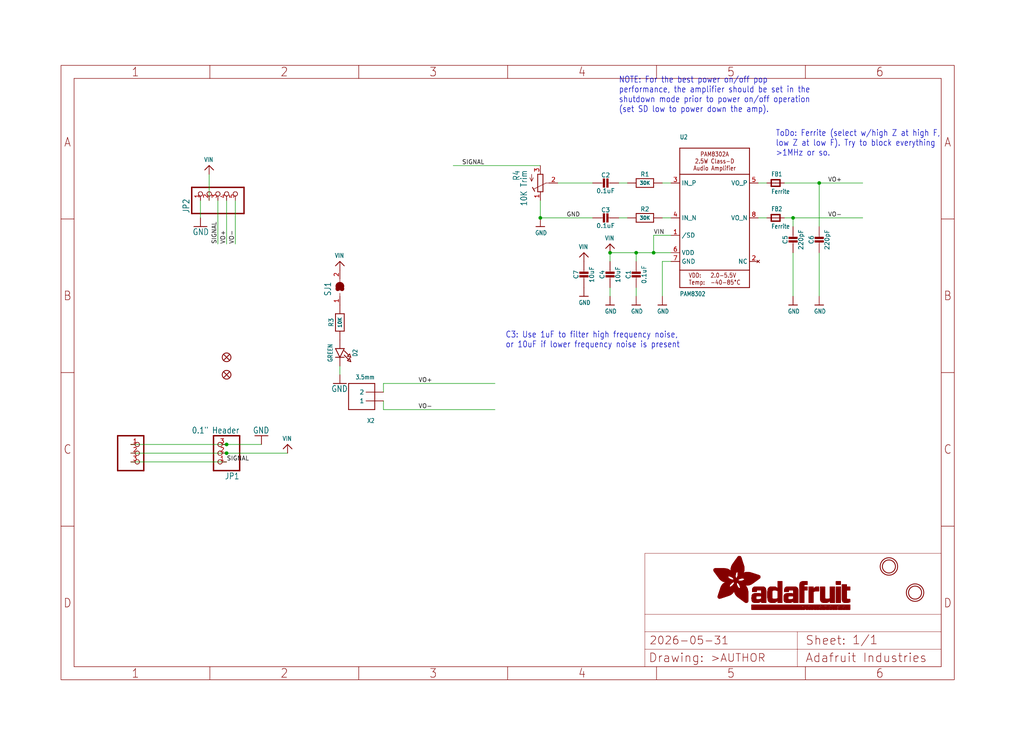
<source format=kicad_sch>
(kicad_sch (version 20230121) (generator eeschema)
  (paper "User" 298.45 217.17)
  (lib_symbols
    (symbol "working-eagle-import:AUDIOAMP_PAM8302A"
      (property "Reference" "U" (at -10.16 22.86 0))
      (symbol "AUDIOAMP_PAM8302A_1_0"
        (text "2.0-5.5V\n-40-85°C" (at -1.27 -17.78 0) (effects (font (size 1.27 1.0795)) (justify left)))
        (text "PAM8302A\n2.5W Class-D\nAudio Amplifier" (at 0 16.51 0) (effects (font (size 1.27 1.0795))))
        (text "VDD:\nTemp:" (at -7.62 -17.78 0) (effects (font (size 1.27 1.0795)) (justify left)))
        (pin input line (at -12.7 -5.08 0) (length 2.54) (name "/SD") (number "1"))
        (pin no_connect line (at 12.7 -12.7 180) (length 2.54) (name "NC") (number "2"))
        (pin input line (at -12.7 10.16 0) (length 2.54) (name "IN_P") (number "3"))
        (pin input line (at -12.7 0 0) (length 2.54) (name "IN_N") (number "4"))
        (pin output line (at 12.7 10.16 180) (length 2.54) (name "VO_P") (number "5"))
        (pin power_in line (at -12.7 -10.16 0) (length 2.54) (name "VDD") (number "6"))
        (pin power_in line (at -12.7 -12.7 0) (length 2.54) (name "GND") (number "7"))
        (pin output line (at 12.7 0 180) (length 2.54) (name "VO_N") (number "8"))
      )
    )
    (symbol "working-eagle-import:CAP_CERAMIC0603_NO"
      (property "Reference" "C" (at -2.29 1.25 90))
      (symbol "CAP_CERAMIC0603_NO_1_0"
        (pin passive line (at 0 5.08 270) (length 2.54) (name "1") (number "1"))
        (pin passive line (at 0 -2.54 90) (length 2.54) (name "2") (number "2"))
      )
    )
    (symbol "working-eagle-import:CAP_CERAMIC0805-NOOUTLINE"
      (property "Reference" "C" (at -2.29 1.25 90))
      (symbol "CAP_CERAMIC0805-NOOUTLINE_1_0"
        (pin passive line (at 0 5.08 270) (length 2.54) (name "1") (number "1"))
        (pin passive line (at 0 -2.54 90) (length 2.54) (name "2") (number "2"))
      )
    )
    (symbol "working-eagle-import:CON_JST_PH_3PIN"
      (symbol "CON_JST_PH_3PIN_1_0"
        (pin passive inverted (at -2.54 2.54 0) (length 2.54) (name "1") (number "1"))
        (pin passive inverted (at -2.54 0 0) (length 2.54) (name "2") (number "2"))
        (pin passive inverted (at -2.54 -2.54 0) (length 2.54) (name "3") (number "3"))
      )
      (symbol "CON_JST_PH_3PIN_2_0"
        (pin bidirectional line (at 0 0 0) (length 5.08) (name "MT") (number "NC1"))
      )
      (symbol "CON_JST_PH_3PIN_3_0"
        (pin bidirectional line (at 0 0 0) (length 5.08) (name "MT") (number "NC2"))
      )
    )
    (symbol "working-eagle-import:FERRITE-0603NO"
      (property "Reference" "FB" (at -1.27 1.905 0))
      (symbol "FERRITE-0603NO_1_0"
        (pin passive line (at -2.54 0 0) (length 2.54) (name "P$1") (number "1"))
        (pin passive line (at 2.54 0 180) (length 2.54) (name "P$2") (number "2"))
      )
    )
    (symbol "working-eagle-import:FIDUCIAL_1MM")
    (symbol "working-eagle-import:FRAME_A4_ADAFRUIT"
      (symbol "FRAME_A4_ADAFRUIT_1_0"
        (text "${#}/${##}" (at 230.505 10.16 0) (effects (font (size 2.54 2.54)) (justify left bottom)))
        (text "${CURRENT_DATE}" (at 171.45 10.16 0) (effects (font (size 2.286 2.286)) (justify left bottom)))
        (text "${PROJECTNAME}" (at 171.45 15.24 0) (effects (font (size 2.54 2.54)) (justify left bottom)))
        (text "1" (at 21.6958 1.905 0) (effects (font (size 2.54 2.286))))
        (text "1" (at 21.6958 177.165 0) (effects (font (size 2.54 2.286))))
        (text "2" (at 65.0875 1.905 0) (effects (font (size 2.54 2.286))))
        (text "2" (at 65.0875 177.165 0) (effects (font (size 2.54 2.286))))
        (text "3" (at 108.4792 1.905 0) (effects (font (size 2.54 2.286))))
        (text "3" (at 108.4792 177.165 0) (effects (font (size 2.54 2.286))))
        (text "4" (at 151.8708 1.905 0) (effects (font (size 2.54 2.286))))
        (text "4" (at 151.8708 177.165 0) (effects (font (size 2.54 2.286))))
        (text "5" (at 195.2625 1.905 0) (effects (font (size 2.54 2.286))))
        (text "5" (at 195.2625 177.165 0) (effects (font (size 2.54 2.286))))
        (text "6" (at 238.6542 1.905 0) (effects (font (size 2.54 2.286))))
        (text "6" (at 238.6542 177.165 0) (effects (font (size 2.54 2.286))))
        (text ">AUTHOR" (at 189.23 5.08 0) (effects (font (size 2.286 2.286)) (justify left bottom)))
        (text "A" (at 1.905 156.6863 0) (effects (font (size 2.54 2.286))))
        (text "A" (at 258.445 156.6863 0) (effects (font (size 2.54 2.286))))
        (text "Adafruit Industries" (at 216.916 4.953 0) (effects (font (size 2.54 2.54)) (justify left bottom)))
        (text "B" (at 1.905 111.9188 0) (effects (font (size 2.54 2.286))))
        (text "B" (at 258.445 111.9188 0) (effects (font (size 2.54 2.286))))
        (text "C" (at 1.905 67.1513 0) (effects (font (size 2.54 2.286))))
        (text "C" (at 258.445 67.1513 0) (effects (font (size 2.54 2.286))))
        (text "D" (at 1.905 22.3838 0) (effects (font (size 2.54 2.286))))
        (text "D" (at 258.445 22.3838 0) (effects (font (size 2.54 2.286))))
        (text "Drawing:" (at 171.196 4.953 0) (effects (font (size 2.54 2.54)) (justify left bottom)))
        (text "Sheet:" (at 216.916 10.033 0) (effects (font (size 2.54 2.54)) (justify left bottom)))
      )
    )
    (symbol "working-eagle-import:GND" (power)
      (property "Value" "GND" (at -2.54 -2.54 0))
      (symbol "GND_1_0"
        (pin power_in line (at 0 2.54 270) (length 2.54) (name "GND") (number "1"))
      )
    )
    (symbol "working-eagle-import:HEADER-1X3"
      (property "Reference" "JP" (at -6.35 5.715 0))
      (symbol "HEADER-1X3_1_0"
        (pin passive inverted (at -2.54 2.54 0) (length 2.54) (name "1") (number "1"))
        (pin passive inverted (at -2.54 0 0) (length 2.54) (name "2") (number "2"))
        (pin passive inverted (at -2.54 -2.54 0) (length 2.54) (name "3") (number "3"))
      )
    )
    (symbol "working-eagle-import:HEADER-1X570MIL"
      (property "Reference" "JP" (at -6.35 8.255 0))
      (symbol "HEADER-1X570MIL_1_0"
        (pin passive inverted (at -2.54 5.08 0) (length 2.54) (name "1") (number "1"))
        (pin passive inverted (at -2.54 2.54 0) (length 2.54) (name "2") (number "2"))
        (pin passive inverted (at -2.54 0 0) (length 2.54) (name "3") (number "3"))
        (pin passive inverted (at -2.54 -2.54 0) (length 2.54) (name "4") (number "4"))
        (pin passive inverted (at -2.54 -5.08 0) (length 2.54) (name "5") (number "5"))
      )
    )
    (symbol "working-eagle-import:LED0603_NOOUTLINE"
      (property "Reference" "D" (at -1.27 4.445 0))
      (symbol "LED0603_NOOUTLINE_1_0"
        (pin passive line (at -5.08 0 0) (length 2.54) (name "A") (number "A"))
        (pin passive line (at 2.54 0 180) (length 2.54) (name "C") (number "C"))
      )
    )
    (symbol "working-eagle-import:MOUNTINGHOLE2.5")
    (symbol "working-eagle-import:R-TRIMM3314J"
      (property "Reference" "R" (at -5.969 -3.81 90))
      (symbol "R-TRIMM3314J_1_0"
        (pin passive line (at 0 5.08 270) (length 2.54) (name "E") (number "1"))
        (pin passive line (at 5.08 0 180) (length 2.54) (name "S") (number "2"))
        (pin passive line (at 0 -5.08 90) (length 2.54) (name "A") (number "3"))
      )
    )
    (symbol "working-eagle-import:RESISTOR_0603_NOOUT"
      (property "Reference" "R" (at 0 2.54 0))
      (symbol "RESISTOR_0603_NOOUT_1_0"
        (pin passive line (at -5.08 0 0) (length 2.54) (name "1") (number "1"))
        (pin passive line (at 5.08 0 180) (length 2.54) (name "2") (number "2"))
      )
    )
    (symbol "working-eagle-import:SOLDERJUMPER_CLOSED"
      (property "Reference" "SJ" (at -2.54 2.54 0))
      (symbol "SOLDERJUMPER_CLOSED_1_0"
        (pin passive line (at -5.08 0 0) (length 2.54) (name "1") (number "1"))
        (pin passive line (at 5.08 0 180) (length 2.54) (name "2") (number "2"))
      )
    )
    (symbol "working-eagle-import:TERMBLOCK_1X2_3.5MM"
      (property "Reference" "X" (at -2.54 7.62 0))
      (symbol "TERMBLOCK_1X2_3.5MM_1_0"
        (pin passive line (at -5.08 2.54 0) (length 5.08) (name "1") (number "1"))
        (pin passive line (at -5.08 0 0) (length 5.08) (name "2") (number "2"))
      )
    )
    (symbol "working-eagle-import:VIN" (power)
      (property "Value" "VIN" (at -1.524 1.016 0))
      (symbol "VIN_1_0"
        (pin power_in line (at 0 -2.54 90) (length 2.54) (name "VIN") (number "1"))
      )
    )
    (symbol "working-eagle-import:microbuilder_GND" (power)
      (property "Value" "microbuilder_GND" (at -1.524 -2.54 0))
      (symbol "microbuilder_GND_1_0"
        (pin power_in line (at 0 2.54 270) (length 2.54) (name "GND") (number "1"))
      )
    )
  )
  (junction (at 238.76 53.34))
  (junction (at 177.8 73.66))
  (junction (at 157.48 63.5))
  (junction (at 66.04 129.54))
  (junction (at 185.42 73.66))
  (junction (at 190.5 73.66))
  (junction (at 231.14 63.5))
  (junction (at 66.04 132.08))
  (wire (pts (xy 190.5 68.58) (xy 190.5 73.66)) (stroke (width 0.1524)))
  (wire (pts (xy 231.14 63.5) (xy 251.46 63.5)) (stroke (width 0.1524)))
  (wire (pts (xy 66.04 58.42) (xy 66.04 71.12)) (stroke (width 0.1524)))
  (wire (pts (xy 228.6 63.5) (xy 231.14 63.5)) (stroke (width 0.1524)))
  (wire (pts (xy 195.58 53.34) (xy 193.04 53.34)) (stroke (width 0.1524)))
  (wire (pts (xy 195.58 63.5) (xy 193.04 63.5)) (stroke (width 0.1524)))
  (wire (pts (xy 185.42 73.66) (xy 185.42 76.2)) (stroke (width 0.1524)))
  (wire (pts (xy 157.48 48.26) (xy 132.08 48.26)) (stroke (width 0.1524)))
  (wire (pts (xy 99.06 109.22) (xy 99.06 106.68)) (stroke (width 0.1524)))
  (wire (pts (xy 231.14 73.66) (xy 231.14 86.36)) (stroke (width 0.1524)))
  (wire (pts (xy 238.76 53.34) (xy 238.76 66.04)) (stroke (width 0.1524)))
  (wire (pts (xy 185.42 83.82) (xy 185.42 86.36)) (stroke (width 0.1524)))
  (wire (pts (xy 182.88 63.5) (xy 180.34 63.5)) (stroke (width 0.1524)))
  (wire (pts (xy 63.5 58.42) (xy 63.5 71.12)) (stroke (width 0.1524)))
  (wire (pts (xy 193.04 76.2) (xy 193.04 86.36)) (stroke (width 0.1524)))
  (wire (pts (xy 220.98 53.34) (xy 223.52 53.34)) (stroke (width 0.1524)))
  (wire (pts (xy 111.76 116.84) (xy 111.76 119.38)) (stroke (width 0.1524)))
  (wire (pts (xy 220.98 63.5) (xy 223.52 63.5)) (stroke (width 0.1524)))
  (wire (pts (xy 58.42 63.5) (xy 58.42 58.42)) (stroke (width 0.1524)))
  (wire (pts (xy 195.58 73.66) (xy 190.5 73.66)) (stroke (width 0.1524)))
  (wire (pts (xy 180.34 53.34) (xy 182.88 53.34)) (stroke (width 0.1524)))
  (wire (pts (xy 38.1 129.54) (xy 66.04 129.54)) (stroke (width 0.1524)))
  (wire (pts (xy 144.272 111.76) (xy 111.76 111.76)) (stroke (width 0.1524)))
  (wire (pts (xy 238.76 73.66) (xy 238.76 86.36)) (stroke (width 0.1524)))
  (wire (pts (xy 111.76 111.76) (xy 111.76 114.3)) (stroke (width 0.1524)))
  (wire (pts (xy 38.1 134.62) (xy 66.04 134.62)) (stroke (width 0.1524)))
  (wire (pts (xy 68.58 58.42) (xy 68.58 71.12)) (stroke (width 0.1524)))
  (wire (pts (xy 83.82 132.08) (xy 66.04 132.08)) (stroke (width 0.1524)))
  (wire (pts (xy 172.72 63.5) (xy 157.48 63.5)) (stroke (width 0.1524)))
  (wire (pts (xy 162.56 53.34) (xy 172.72 53.34)) (stroke (width 0.1524)))
  (wire (pts (xy 76.2 129.54) (xy 66.04 129.54)) (stroke (width 0.1524)))
  (wire (pts (xy 66.04 132.08) (xy 38.1 132.08)) (stroke (width 0.1524)))
  (wire (pts (xy 195.58 76.2) (xy 193.04 76.2)) (stroke (width 0.1524)))
  (wire (pts (xy 177.8 83.82) (xy 177.8 86.36)) (stroke (width 0.1524)))
  (wire (pts (xy 111.76 119.38) (xy 144.272 119.38)) (stroke (width 0.1524)))
  (wire (pts (xy 195.58 68.58) (xy 190.5 68.58)) (stroke (width 0.1524)))
  (wire (pts (xy 228.6 53.34) (xy 238.76 53.34)) (stroke (width 0.1524)))
  (wire (pts (xy 60.96 58.42) (xy 60.96 50.8)) (stroke (width 0.1524)))
  (wire (pts (xy 238.76 53.34) (xy 251.46 53.34)) (stroke (width 0.1524)))
  (wire (pts (xy 157.48 58.42) (xy 157.48 63.5)) (stroke (width 0.1524)))
  (wire (pts (xy 231.14 63.5) (xy 231.14 66.04)) (stroke (width 0.1524)))
  (wire (pts (xy 185.42 73.66) (xy 177.8 73.66)) (stroke (width 0.1524)))
  (wire (pts (xy 177.8 73.66) (xy 177.8 76.2)) (stroke (width 0.1524)))
  (wire (pts (xy 190.5 73.66) (xy 185.42 73.66)) (stroke (width 0.1524)))
  (text "ToDo: Ferrite (select w/high Z at high F,\nlow Z at low F). Try to block everything\n>1MHz or so." (at 226.06 45.72 0) (effects (font (size 1.778 1.5113)) (justify left bottom)))
  (text "C3: Use 1uF to filter high frequency noise,\nor 10uF if lower frequency noise is present" (at 147.32 101.6 0) (effects (font (size 1.778 1.5113)) (justify left bottom)))
  (text "NOTE: For the best power on/off pop\nperformance, the amplifier should be set in the\nshutdown mode prior to power on/off operation\n(set SD low to power down the amp)." (at 180.34 33.02 0) (effects (font (size 1.778 1.5113)) (justify left bottom)))
  (label "VO-" (at 68.58 71.12 90) (effects (font (size 1.2446 1.2446))))
  (label "VO-" (at 241.3 63.5 0) (effects (font (size 1.2446 1.2446))))
  (label "VO+" (at 66.04 71.12 90) (effects (font (size 1.2446 1.2446))))
  (label "VIN" (at 190.5 68.58 0) (effects (font (size 1.2446 1.2446))))
  (label "VO+" (at 121.92 111.76 0) (effects (font (size 1.2446 1.2446))))
  (label "SIGNAL" (at 63.5 71.12 90) (effects (font (size 1.2446 1.2446))))
  (label "GND" (at 165.1 63.5 0) (effects (font (size 1.2446 1.2446))))
  (label "VO+" (at 241.3 53.34 0) (effects (font (size 1.2446 1.2446))))
  (label "SIGNAL" (at 66.04 134.62 0) (effects (font (size 1.2446 1.2446))))
  (label "VO-" (at 121.92 119.38 0) (effects (font (size 1.2446 1.2446))))
  (label "SIGNAL" (at 134.62 48.26 0) (effects (font (size 1.2446 1.2446))))
  (symbol (lib_id "working-eagle-import:TERMBLOCK_1X2_3.5MM") (at 106.68 114.3 180) (unit 1)
    (property "Reference" "X2" (at 109.22 121.92 0) (effects (font (size 1.27 1.0795)) (justify left bottom)))
    (property "Value" "3.5mm" (at 109.22 109.22 0) (effects (font (size 1.27 1.0795)) (justify left bottom)))
    (property "Footprint" "working:TERMBLOCK_1X2-3.5MM" (effects hide))
  )
  (symbol (lib_id "working-eagle-import:FERRITE-0603NO") (at 226.06 63.5 0) (unit 1)
    (property "Reference" "FB2" (at 224.79 61.595 0) (effects (font (size 1.27 1.0795)) (justify left bottom)))
    (property "Value" "Ferrite" (at 224.79 66.675 0) (effects (font (size 1.27 1.0795)) (justify left bottom)))
    (property "Footprint" "working:0603-NO" (effects hide))
  )
  (symbol (lib_id "working-eagle-import:FIDUCIAL_1MM") (at 66.04 109.22 0) (unit 1)
    (property "Reference" "FID2" (effects hide))
    (property "Value" "FIDUCIAL_1MM" (effects hide))
    (property "Footprint" "working:FIDUCIAL_1MM" (effects hide))
  )
  (symbol (lib_id "working-eagle-import:microbuilder_GND") (at 170.18 86.36 0) (unit 1)
    (property "Reference" "#U$17" (effects hide))
    (property "Value" "GND" (at 168.656 88.9 0) (effects (font (size 1.27 1.0795)) (justify left bottom)))
  )
  (symbol (lib_id "working-eagle-import:FRAME_A4_ADAFRUIT") (at 17.78 198.12 0) (unit 1)
    (property "Reference" "#U$4" (effects hide))
    (property "Value" "FRAME_A4_ADAFRUIT" (effects hide))
  )
  (symbol (lib_id "working-eagle-import:VIN") (at 170.18 73.66 0) (unit 1)
    (property "Reference" "#U$20" (effects hide))
    (property "Value" "VIN" (at 168.656 72.644 0) (effects (font (size 1.27 1.0795)) (justify left bottom)))
  )
  (symbol (lib_id "working-eagle-import:CAP_CERAMIC0805-NOOUTLINE") (at 170.18 81.28 0) (unit 1)
    (property "Reference" "C7" (at 167.89 80.03 90))
    (property "Value" "10uF" (at 172.48 80.03 90))
    (property "Footprint" "working:0805-NO" (effects hide))
  )
  (symbol (lib_id "working-eagle-import:CON_JST_PH_3PIN") (at 40.64 132.08 0) (unit 1)
    (property "Reference" "X4" (effects hide))
    (property "Value" "JST PH 3" (effects hide))
    (property "Footprint" "working:JSTPH3" (effects hide))
  )
  (symbol (lib_id "working-eagle-import:MOUNTINGHOLE2.5") (at 266.7 172.72 0) (unit 1)
    (property "Reference" "U$1" (effects hide))
    (property "Value" "MOUNTINGHOLE2.5" (effects hide))
    (property "Footprint" "working:MOUNTINGHOLE_2.5_PLATED" (effects hide))
  )
  (symbol (lib_id "working-eagle-import:CAP_CERAMIC0603_NO") (at 238.76 71.12 0) (unit 1)
    (property "Reference" "C6" (at 236.47 69.87 90))
    (property "Value" "220pF" (at 241.06 69.87 90))
    (property "Footprint" "working:0603-NO" (effects hide))
  )
  (symbol (lib_id "working-eagle-import:VIN") (at 177.8 71.12 0) (unit 1)
    (property "Reference" "#U$18" (effects hide))
    (property "Value" "VIN" (at 176.276 70.104 0) (effects (font (size 1.27 1.0795)) (justify left bottom)))
  )
  (symbol (lib_id "working-eagle-import:microbuilder_GND") (at 231.14 88.9 0) (unit 1)
    (property "Reference" "#U$14" (effects hide))
    (property "Value" "GND" (at 229.616 91.44 0) (effects (font (size 1.27 1.0795)) (justify left bottom)))
  )
  (symbol (lib_id "working-eagle-import:FIDUCIAL_1MM") (at 66.04 104.14 0) (unit 1)
    (property "Reference" "FID3" (effects hide))
    (property "Value" "FIDUCIAL_1MM" (effects hide))
    (property "Footprint" "working:FIDUCIAL_1MM" (effects hide))
  )
  (symbol (lib_id "working-eagle-import:RESISTOR_0603_NOOUT") (at 187.96 53.34 0) (unit 1)
    (property "Reference" "R1" (at 187.96 50.8 0))
    (property "Value" "30K" (at 187.96 53.34 0) (effects (font (size 1.016 1.016) bold)))
    (property "Footprint" "working:0603-NO" (effects hide))
  )
  (symbol (lib_id "working-eagle-import:MOUNTINGHOLE2.5") (at 259.08 165.1 0) (unit 1)
    (property "Reference" "U$8" (effects hide))
    (property "Value" "MOUNTINGHOLE2.5" (effects hide))
    (property "Footprint" "working:MOUNTINGHOLE_2.5_PLATED" (effects hide))
  )
  (symbol (lib_id "working-eagle-import:CAP_CERAMIC0805-NOOUTLINE") (at 177.8 81.28 0) (unit 1)
    (property "Reference" "C4" (at 175.51 80.03 90))
    (property "Value" "10uF" (at 180.1 80.03 90))
    (property "Footprint" "working:0805-NO" (effects hide))
  )
  (symbol (lib_id "working-eagle-import:R-TRIMM3314J") (at 157.48 53.34 0) (mirror x) (unit 1)
    (property "Reference" "R4" (at 151.511 49.53 90) (effects (font (size 1.778 1.5113)) (justify left bottom)))
    (property "Value" "10K Trim" (at 153.67 49.53 90) (effects (font (size 1.778 1.5113)) (justify left bottom)))
    (property "Footprint" "working:RTRIM3314J" (effects hide))
  )
  (symbol (lib_id "working-eagle-import:AUDIOAMP_PAM8302A") (at 208.28 63.5 0) (unit 1)
    (property "Reference" "U2" (at 198.12 40.64 0) (effects (font (size 1.27 1.0795)) (justify left bottom)))
    (property "Value" "PAM8302" (at 198.12 86.36 0) (effects (font (size 1.27 1.0795)) (justify left bottom)))
    (property "Footprint" "working:MSOP8_0.65MM" (effects hide))
  )
  (symbol (lib_id "working-eagle-import:RESISTOR_0603_NOOUT") (at 99.06 93.98 90) (unit 1)
    (property "Reference" "R3" (at 96.52 93.98 0))
    (property "Value" "10K" (at 99.06 93.98 0) (effects (font (size 1.016 1.016) bold)))
    (property "Footprint" "working:0603-NO" (effects hide))
  )
  (symbol (lib_id "working-eagle-import:LED0603_NOOUTLINE") (at 99.06 104.14 270) (unit 1)
    (property "Reference" "D2" (at 103.505 102.87 0) (effects (font (size 1.27 1.0795))))
    (property "Value" "GREEN" (at 96.266 102.87 0) (effects (font (size 1.27 1.0795))))
    (property "Footprint" "working:CHIPLED_0603_NOOUTLINE" (effects hide))
  )
  (symbol (lib_id "working-eagle-import:GND") (at 76.2 127 0) (mirror x) (unit 1)
    (property "Reference" "#GND3" (effects hide))
    (property "Value" "GND" (at 73.66 124.46 0) (effects (font (size 1.778 1.5113)) (justify left bottom)))
  )
  (symbol (lib_id "working-eagle-import:CAP_CERAMIC0603_NO") (at 231.14 71.12 0) (unit 1)
    (property "Reference" "C5" (at 228.85 69.87 90))
    (property "Value" "220pF" (at 233.44 69.87 90))
    (property "Footprint" "working:0603-NO" (effects hide))
  )
  (symbol (lib_id "working-eagle-import:microbuilder_GND") (at 185.42 88.9 0) (unit 1)
    (property "Reference" "#U$16" (effects hide))
    (property "Value" "GND" (at 183.896 91.44 0) (effects (font (size 1.27 1.0795)) (justify left bottom)))
  )
  (symbol (lib_id "working-eagle-import:CAP_CERAMIC0603_NO") (at 185.42 81.28 0) (unit 1)
    (property "Reference" "C1" (at 183.13 80.03 90))
    (property "Value" "0.1uF" (at 187.72 80.03 90))
    (property "Footprint" "working:0603-NO" (effects hide))
  )
  (symbol (lib_id "working-eagle-import:VIN") (at 83.82 129.54 0) (unit 1)
    (property "Reference" "#U$6" (effects hide))
    (property "Value" "VIN" (at 82.296 128.524 0) (effects (font (size 1.27 1.0795)) (justify left bottom)))
  )
  (symbol (lib_id "working-eagle-import:microbuilder_GND") (at 157.48 66.04 0) (unit 1)
    (property "Reference" "#U$11" (effects hide))
    (property "Value" "GND" (at 155.956 68.58 0) (effects (font (size 1.27 1.0795)) (justify left bottom)))
  )
  (symbol (lib_id "working-eagle-import:VIN") (at 60.96 48.26 0) (unit 1)
    (property "Reference" "#U$10" (effects hide))
    (property "Value" "VIN" (at 59.436 47.244 0) (effects (font (size 1.27 1.0795)) (justify left bottom)))
  )
  (symbol (lib_id "working-eagle-import:RESISTOR_0603_NOOUT") (at 187.96 63.5 0) (unit 1)
    (property "Reference" "R2" (at 187.96 60.96 0))
    (property "Value" "30K" (at 187.96 63.5 0) (effects (font (size 1.016 1.016) bold)))
    (property "Footprint" "working:0603-NO" (effects hide))
  )
  (symbol (lib_id "working-eagle-import:microbuilder_GND") (at 177.8 88.9 0) (unit 1)
    (property "Reference" "#U$7" (effects hide))
    (property "Value" "GND" (at 176.276 91.44 0) (effects (font (size 1.27 1.0795)) (justify left bottom)))
  )
  (symbol (lib_id "working-eagle-import:SOLDERJUMPER_CLOSED") (at 99.06 83.82 90) (unit 1)
    (property "Reference" "SJ1" (at 96.52 86.36 0) (effects (font (size 1.778 1.5113)) (justify left bottom)))
    (property "Value" "SOLDERJUMPER_CLOSED" (effects hide))
    (property "Footprint" "working:SOLDERJUMPER_CLOSEDWIRE" (effects hide))
  )
  (symbol (lib_id "working-eagle-import:HEADER-1X3") (at 63.5 132.08 180) (unit 1)
    (property "Reference" "JP1" (at 69.85 137.795 0) (effects (font (size 1.778 1.5113)) (justify left bottom)))
    (property "Value" "0.1\" Header" (at 69.85 124.46 0) (effects (font (size 1.778 1.5113)) (justify left bottom)))
    (property "Footprint" "working:1X03_OVAL" (effects hide))
  )
  (symbol (lib_id "working-eagle-import:GND") (at 99.06 111.76 0) (unit 1)
    (property "Reference" "#GND4" (effects hide))
    (property "Value" "GND" (at 96.52 114.3 0) (effects (font (size 1.778 1.5113)) (justify left bottom)))
  )
  (symbol (lib_id "working-eagle-import:FERRITE-0603NO") (at 226.06 53.34 0) (unit 1)
    (property "Reference" "FB1" (at 224.79 51.435 0) (effects (font (size 1.27 1.0795)) (justify left bottom)))
    (property "Value" "Ferrite" (at 224.79 56.515 0) (effects (font (size 1.27 1.0795)) (justify left bottom)))
    (property "Footprint" "working:0603-NO" (effects hide))
  )
  (symbol (lib_id "working-eagle-import:GND") (at 58.42 66.04 0) (mirror y) (unit 1)
    (property "Reference" "#GND7" (effects hide))
    (property "Value" "GND" (at 60.96 68.58 0) (effects (font (size 1.778 1.5113)) (justify left bottom)))
  )
  (symbol (lib_id "working-eagle-import:microbuilder_GND") (at 193.04 88.9 0) (unit 1)
    (property "Reference" "#U$13" (effects hide))
    (property "Value" "GND" (at 191.516 91.44 0) (effects (font (size 1.27 1.0795)) (justify left bottom)))
  )
  (symbol (lib_id "working-eagle-import:VIN") (at 99.06 76.2 0) (unit 1)
    (property "Reference" "#U$2" (effects hide))
    (property "Value" "VIN" (at 97.536 75.184 0) (effects (font (size 1.27 1.0795)) (justify left bottom)))
  )
  (symbol (lib_id "working-eagle-import:CAP_CERAMIC0603_NO") (at 175.26 53.34 270) (unit 1)
    (property "Reference" "C2" (at 176.51 51.05 90))
    (property "Value" "0.1uF" (at 176.51 55.64 90))
    (property "Footprint" "working:0603-NO" (effects hide))
  )
  (symbol (lib_id "working-eagle-import:microbuilder_GND") (at 238.76 88.9 0) (unit 1)
    (property "Reference" "#U$15" (effects hide))
    (property "Value" "GND" (at 237.236 91.44 0) (effects (font (size 1.27 1.0795)) (justify left bottom)))
  )
  (symbol (lib_id "working-eagle-import:HEADER-1X570MIL") (at 63.5 55.88 90) (unit 1)
    (property "Reference" "JP2" (at 55.245 62.23 0) (effects (font (size 1.778 1.5113)) (justify left bottom)))
    (property "Value" "HEADER-1X570MIL" (effects hide))
    (property "Footprint" "working:1X05_ROUND_70" (effects hide))
  )
  (symbol (lib_id "working-eagle-import:CAP_CERAMIC0603_NO") (at 175.26 63.5 270) (unit 1)
    (property "Reference" "C3" (at 176.51 61.21 90))
    (property "Value" "0.1uF" (at 176.51 65.8 90))
    (property "Footprint" "working:0603-NO" (effects hide))
  )
)
</source>
